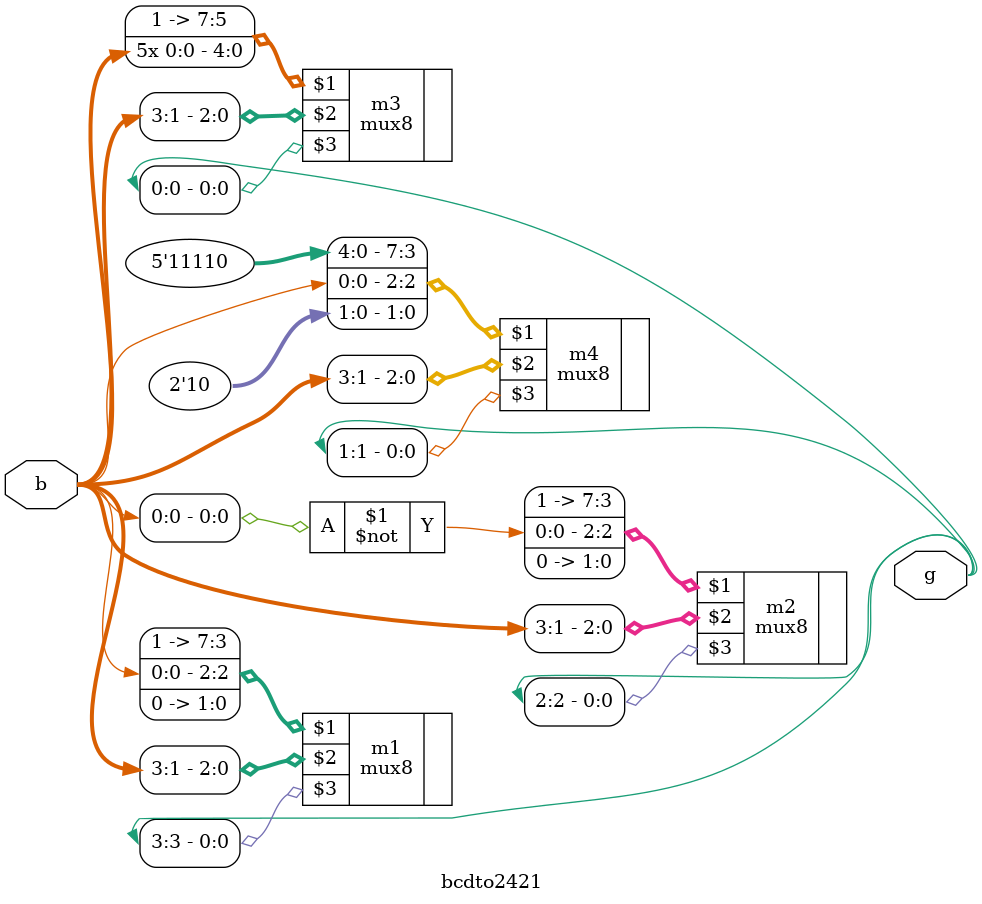
<source format=v>
module bcdto2421(b,g);
input [3:0]b;
output [3:0]g;
mux8 m1({5'b11111,b[0],2'b00},b[3:1],g[3]);
mux8 m2({5'b11111,~b[0],2'b00},b[3:1],g[2]);
mux8 m3({3'b111,b[0],b[0],b[0],b[0],b[0]},b[3:1],g[0]);
mux8 m4({5'b11110,b[0],2'b10},b[3:1],g[1]);
endmodule

</source>
